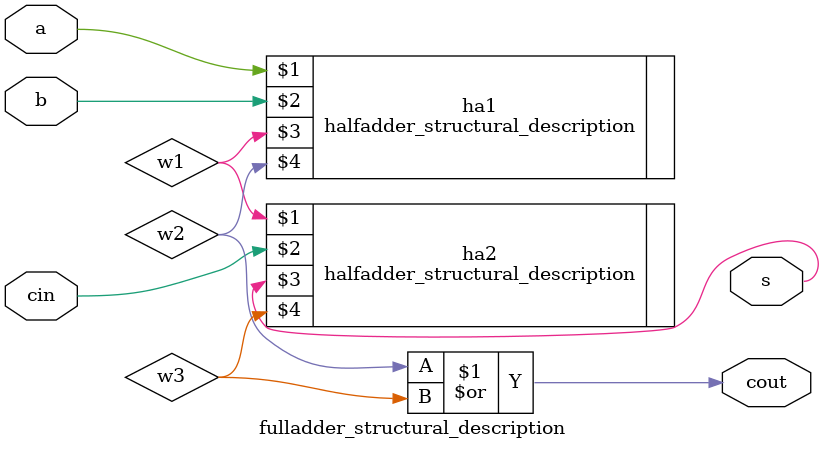
<source format=v>
`timescale 1ns / 1ps
module fulladder_structural_description(
    input a,
    input b,
    input cin,
    output s,
    output cout
    );
wire w1,w2,w3; 
halfadder_structural_description ha1(a,b,w1,w2);
halfadder_structural_description ha2(w1,cin,s,w3);
or o1(cout,w2,w3);
endmodule

</source>
